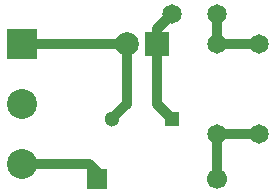
<source format=gbr>
G04 #@! TF.FileFunction,Copper,L2,Bot,Signal*
%FSLAX46Y46*%
G04 Gerber Fmt 4.6, Leading zero omitted, Abs format (unit mm)*
G04 Created by KiCad (PCBNEW 4.0.0-1rc2.201511201506+6189~38~ubuntu15.10.1-stable) date lun 30 nov 2015 17:23:25 ART*
%MOMM*%
G01*
G04 APERTURE LIST*
%ADD10C,0.100000*%
%ADD11R,1.300000X1.300000*%
%ADD12C,1.300000*%
%ADD13R,2.000000X2.000000*%
%ADD14C,2.000000*%
%ADD15C,1.699260*%
%ADD16R,1.699260X1.699260*%
%ADD17R,2.540000X2.540000*%
%ADD18C,2.540000*%
%ADD19C,1.651000*%
%ADD20C,0.812800*%
G04 APERTURE END LIST*
D10*
D11*
X152019000Y-101092000D03*
D12*
X147019000Y-101092000D03*
D13*
X150749000Y-94742000D03*
D14*
X148209000Y-94742000D03*
D15*
X155829520Y-106169460D03*
D16*
X145669520Y-106169460D03*
D17*
X139319000Y-94742000D03*
D18*
X139319000Y-99822000D03*
X139319000Y-104902000D03*
D19*
X155829000Y-94742000D03*
X155829000Y-102362000D03*
X159385000Y-94742000D03*
X159385000Y-102362000D03*
X155829000Y-92202000D03*
X152019000Y-92202000D03*
D20*
X155829000Y-94742000D02*
X159385000Y-94742000D01*
X150749000Y-94742000D02*
X150749000Y-93472000D01*
X155829000Y-92202000D02*
X155829000Y-94742000D01*
X150749000Y-93472000D02*
X152019000Y-92202000D01*
X150749000Y-94742000D02*
X150749000Y-99822000D01*
X150749000Y-99822000D02*
X152019000Y-101092000D01*
X139319000Y-94742000D02*
X148209000Y-94742000D01*
X148209000Y-94742000D02*
X148209000Y-99822000D01*
X148209000Y-99822000D02*
X147019000Y-101012000D01*
X147019000Y-101012000D02*
X147019000Y-101092000D01*
X155829000Y-102362000D02*
X159385000Y-102362000D01*
X155829000Y-102362000D02*
X155829000Y-106168940D01*
X155829000Y-106168940D02*
X155829520Y-106169460D01*
X145669520Y-106169460D02*
X145669520Y-105537520D01*
X145669520Y-105537520D02*
X145034000Y-104902000D01*
X145034000Y-104902000D02*
X139319000Y-104902000D01*
M02*

</source>
